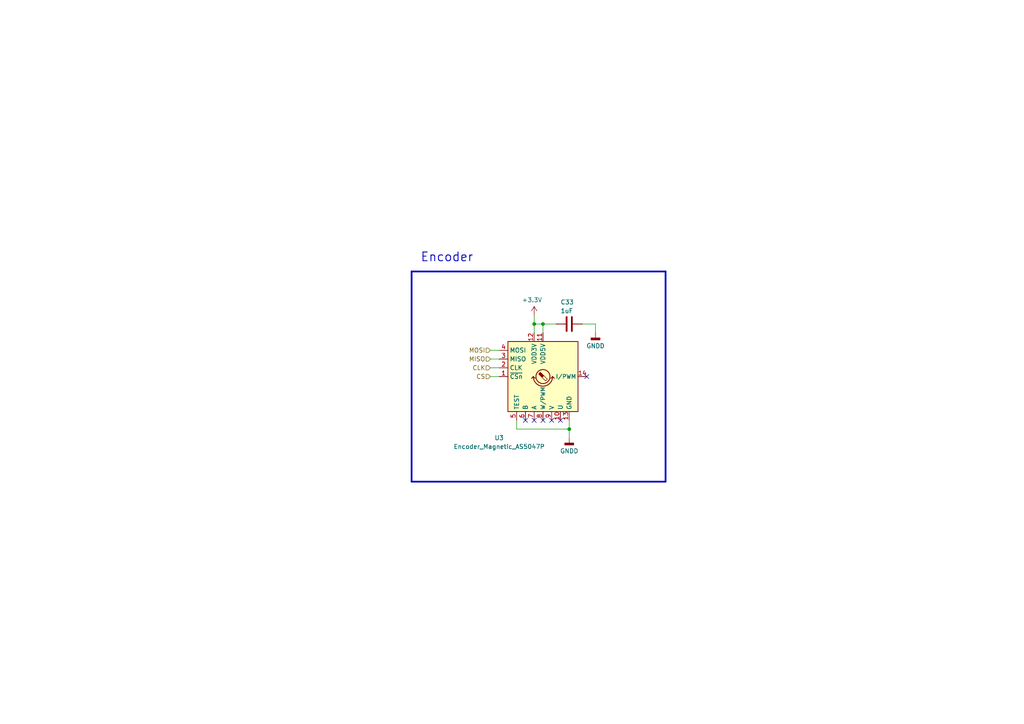
<source format=kicad_sch>
(kicad_sch (version 20230121) (generator eeschema)
  (paper "A4")
  (lib_symbols
    (symbol "Device:C" (pin_numbers hide) (pin_names (offset 0.254))
      (property "Reference" "C" (at 0.635 2.54 0))
      (property "Value" "C" (at 0.635 -2.54 0))
      (symbol "C_0_1"
        (polyline (pts (xy -2.032 -0.762) (xy 2.032 -0.762)) (stroke (width 0.508)))
        (polyline (pts (xy -2.032 0.762) (xy 2.032 0.762)) (stroke (width 0.508)))
      )
      (symbol "C_1_1"
        (pin passive line (at 0 3.81 270) (length 2.794) (name "~") (number "1"))
        (pin passive line (at 0 -3.81 90) (length 2.794) (name "~") (number "2"))
      )
    )
    (symbol "MyLibrary:Encoder_Magnetic_AS5047P"
      (property "Reference" "U" (at -10.16 11.43 0))
      (property "Value" "Encoder_Magnetic_AS5047P" (at 10.16 11.43 0))
      (symbol "Encoder_Magnetic_AS5047P_0_1"
        (rectangle (start -10.16 10.16) (end 10.16 -10.16) (stroke (width 0.254)) (fill (type background)))
        (arc (start -2.794 0) (mid 0 -2.7819) (end 2.794 0) (stroke (width 0.254)))
        (polyline (pts (xy -2.794 0) (xy -3.302 -0.508)) (stroke (width 0.254)))
        (polyline (pts (xy -2.794 0) (xy -2.286 -0.508)) (stroke (width 0.254)))
        (polyline (pts (xy 2.794 0) (xy 2.286 -0.508)) (stroke (width 0.254)))
        (polyline (pts (xy 2.794 0) (xy 3.302 -0.508)) (stroke (width 0.254)))
      )
      (symbol "Encoder_Magnetic_AS5047P_1_1"
        (polyline (pts (xy 0.254 0.254) (xy 1.27 -0.762) (xy 0.762 -1.27) (xy -0.254 -0.254)))
        (polyline (pts (xy -0.762 1.27) (xy 0.254 0.254) (xy -0.254 -0.254) (xy -1.27 0.762) (xy -1.016 1.016) (xy -0.762 1.27) (xy -0.635 1.143)) (fill (type outline)))
        (circle (center 0 0) (radius 2.032) (stroke (width 0.254)))
        (pin input line (at -12.7 0 0) (length 2.54) (name "~{CSn}") (number "1"))
        (pin passive line (at 5.08 -12.7 90) (length 2.54) (name "U") (number "10"))
        (pin power_in line (at 0 12.7 270) (length 2.54) (name "VDD5V") (number "11"))
        (pin power_in line (at -2.54 12.7 270) (length 2.54) (name "VDD3V") (number "12"))
        (pin power_in line (at 7.62 -12.7 90) (length 2.54) (name "GND") (number "13"))
        (pin output line (at 12.7 0 180) (length 2.54) (name "I/PWM") (number "14"))
        (pin input line (at -12.7 2.54 0) (length 2.54) (name "CLK") (number "2"))
        (pin output line (at -12.7 5.08 0) (length 2.54) (name "MISO") (number "3"))
        (pin input line (at -12.7 7.62 0) (length 2.54) (name "MOSI") (number "4"))
        (pin passive line (at -7.62 -12.7 90) (length 2.54) (name "TEST") (number "5"))
        (pin passive line (at -5.08 -12.7 90) (length 2.54) (name "B") (number "6"))
        (pin passive line (at -2.54 -12.7 90) (length 2.54) (name "A") (number "7"))
        (pin passive line (at 0 -12.7 90) (length 2.54) (name "W/PWM") (number "8"))
        (pin passive line (at 2.54 -12.7 90) (length 2.54) (name "V") (number "9"))
      )
    )
    (symbol "power:+3.3V" (power) (pin_names (offset 0))
      (property "Value" "+3.3V" (at 0 3.556 0))
      (symbol "+3.3V_0_1"
        (polyline (pts (xy -0.762 1.27) (xy 0 2.54)))
        (polyline (pts (xy 0 0) (xy 0 2.54)))
        (polyline (pts (xy 0 2.54) (xy 0.762 1.27)))
      )
      (symbol "+3.3V_1_1"
        (pin power_in line (at 0 0 90) (length 0) hide (name "+3.3V") (number "1"))
      )
    )
    (symbol "power:GNDD" (power) (pin_names (offset 0))
      (property "Value" "GNDD" (at 0 -3.175 0))
      (symbol "GNDD_0_1"
        (rectangle (start -1.27 -1.524) (end 1.27 -2.032) (stroke (width 0.254)) (fill (type outline)))
        (polyline (pts (xy 0 0) (xy 0 -1.524)))
      )
      (symbol "GNDD_1_1"
        (pin power_in line (at 0 0 270) (length 0) hide (name "GNDD") (number "1"))
      )
    )
  )
  (junction (at 154.94 93.98))
  (junction (at 165.1 124.46))
  (junction (at 157.48 93.98))
  (no_connect (at 154.94 121.92))
  (no_connect (at 160.02 121.92))
  (no_connect (at 152.4 121.92))
  (no_connect (at 170.18 109.22))
  (no_connect (at 157.48 121.92))
  (no_connect (at 162.56 121.92))
  (wire (pts (xy 157.48 93.98) (xy 161.29 93.98)))
  (polyline (pts (xy 119.38 78.74) (xy 119.38 139.7)) (stroke (width 0.5) (type solid)))
  (wire (pts (xy 165.1 127) (xy 165.1 124.46)))
  (wire (pts (xy 142.24 101.6) (xy 144.78 101.6)))
  (wire (pts (xy 154.94 93.98) (xy 154.94 96.52)))
  (polyline (pts (xy 119.38 78.74) (xy 193.04 78.74)) (stroke (width 0.5) (type solid)))
  (wire (pts (xy 142.24 109.22) (xy 144.78 109.22)))
  (wire (pts (xy 142.24 106.68) (xy 144.78 106.68)))
  (polyline (pts (xy 119.38 139.7) (xy 193.04 139.7)) (stroke (width 0.5) (type solid)))
  (wire (pts (xy 168.91 93.98) (xy 172.72 93.98)))
  (wire (pts (xy 154.94 93.98) (xy 157.48 93.98)))
  (wire (pts (xy 142.24 104.14) (xy 144.78 104.14)))
  (wire (pts (xy 157.48 96.52) (xy 157.48 93.98)))
  (wire (pts (xy 172.72 93.98) (xy 172.72 96.52)))
  (polyline (pts (xy 193.04 139.7) (xy 193.04 78.74)) (stroke (width 0.5) (type solid)))
  (wire (pts (xy 165.1 121.92) (xy 165.1 124.46)))
  (wire (pts (xy 149.86 124.46) (xy 165.1 124.46)))
  (wire (pts (xy 149.86 121.92) (xy 149.86 124.46)))
  (wire (pts (xy 154.94 91.44) (xy 154.94 93.98)))
  (text "Encoder" (at 121.92 76.2 0) (effects (font (size 2.54 2.54) (thickness 0.254) bold) (justify left bottom)))
  (hierarchical_label "CS" (shape input) (at 142.24 109.22 180))
  (hierarchical_label "MOSI" (shape input) (at 142.24 101.6 180))
  (hierarchical_label "CLK" (shape input) (at 142.24 106.68 180))
  (hierarchical_label "MISO" (shape input) (at 142.24 104.14 180))
  (symbol (lib_id "power:GNDD") (at 165.1 127 0) (unit 1)
    (property "Reference" "#PWR095" (effects hide))
    (property "Value" "GNDD" (at 165.1 130.81 0))
  )
  (symbol (lib_id "power:GNDD") (at 172.72 96.52 0) (unit 1)
    (property "Reference" "#PWR090" (effects hide))
    (property "Value" "GNDD" (at 172.72 100.33 0))
  )
  (symbol (lib_id "Device:C") (at 165.1 93.98 270) (mirror x) (unit 1)
    (property "Reference" "C33" (at 162.56 87.63 90) (effects (justify left)))
    (property "Value" "1uF" (at 162.56 90.17 90) (effects (justify left)))
    (property "Footprint" "Capacitor_SMD:C_0402_1005Metric" (effects hide))
  )
  (symbol (lib_id "power:+3.3V") (at 154.94 91.44 0) (unit 1)
    (property "Reference" "#PWR088" (effects hide))
    (property "Value" "+3.3V" (at 154.305 86.995 0))
  )
  (symbol (lib_id "MyLibrary:Encoder_Magnetic_AS5047P") (at 157.48 109.22 0) (unit 1)
    (property "Reference" "U3" (at 144.78 127 0))
    (property "Value" "Encoder_Magnetic_AS5047P" (at 144.78 129.54 0))
    (property "Footprint" "Package_SO:TSSOP-14_4.4x5mm_P0.65mm" (effects hide))
    (property "Datasheet" "https://ams.com/documents/20143/36005/AS5048_DS000298_4-00.pdf" (effects hide))
  )
)
</source>
